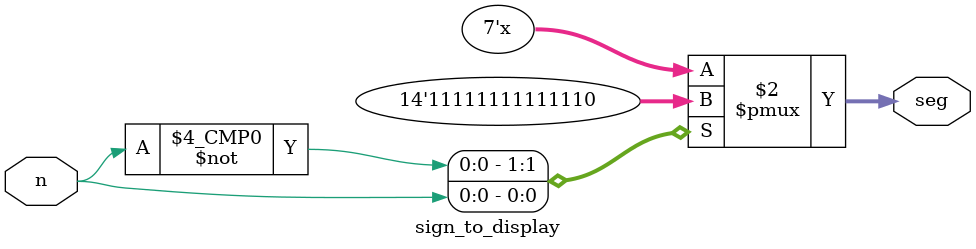
<source format=sv>
module sign_to_display(
    input logic n,
    output logic [6:0] seg
);
always @(*) begin
    case(n)	
//								    abcdefg
		0: 			seg = 7'b1111111; // positive
		1: 			seg = 7'b1111110; // negative
		default: 	seg = 7'b1111111; //default to 0
    endcase
end
endmodule
</source>
